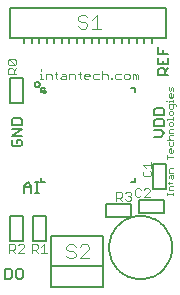
<source format=gto>
G75*
%MOIN*%
%OFA0B0*%
%FSLAX24Y24*%
%IPPOS*%
%LPD*%
%AMOC8*
5,1,8,0,0,1.08239X$1,22.5*
%
%ADD10C,0.0020*%
%ADD11C,0.0030*%
%ADD12C,0.0050*%
%ADD13C,0.0040*%
D10*
X005718Y006336D02*
X005755Y006336D01*
X005828Y006336D02*
X005828Y006299D01*
X005828Y006336D02*
X005975Y006336D01*
X005975Y006372D02*
X005975Y006299D01*
X005975Y006225D02*
X005975Y006115D01*
X005938Y006078D01*
X005865Y006078D01*
X005828Y006115D01*
X005828Y006225D01*
X006012Y006225D01*
X006048Y006188D01*
X006048Y006151D01*
X005938Y006004D02*
X005865Y006004D01*
X005828Y005967D01*
X005828Y005894D01*
X005865Y005857D01*
X005938Y005857D01*
X005975Y005894D01*
X005975Y005967D01*
X005938Y006004D01*
X005975Y005783D02*
X005975Y005710D01*
X005975Y005746D02*
X005755Y005746D01*
X005755Y005710D01*
X005828Y005599D02*
X005865Y005635D01*
X005938Y005635D01*
X005975Y005599D01*
X005975Y005525D01*
X005938Y005489D01*
X005865Y005489D01*
X005828Y005525D01*
X005828Y005599D01*
X005865Y005414D02*
X005828Y005378D01*
X005828Y005268D01*
X005975Y005268D01*
X005975Y005193D02*
X005865Y005193D01*
X005828Y005157D01*
X005828Y005083D01*
X005865Y005047D01*
X005828Y004972D02*
X005828Y004862D01*
X005865Y004826D01*
X005938Y004826D01*
X005975Y004862D01*
X005975Y004972D01*
X005975Y005047D02*
X005755Y005047D01*
X005865Y004751D02*
X005828Y004715D01*
X005828Y004641D01*
X005865Y004605D01*
X005938Y004605D01*
X005975Y004641D01*
X005975Y004715D01*
X005902Y004751D02*
X005902Y004605D01*
X005902Y004751D02*
X005865Y004751D01*
X005755Y004530D02*
X005755Y004384D01*
X005755Y004457D02*
X005975Y004457D01*
X005975Y004088D02*
X005865Y004088D01*
X005828Y004052D01*
X005828Y003942D01*
X005975Y003942D01*
X005975Y003867D02*
X005975Y003757D01*
X005938Y003721D01*
X005902Y003757D01*
X005902Y003867D01*
X005865Y003867D02*
X005975Y003867D01*
X005865Y003867D02*
X005828Y003831D01*
X005828Y003757D01*
X005828Y003647D02*
X005828Y003573D01*
X005792Y003610D02*
X005938Y003610D01*
X005975Y003647D01*
X005975Y003499D02*
X005865Y003499D01*
X005828Y003462D01*
X005828Y003352D01*
X005975Y003352D01*
X005975Y003278D02*
X005975Y003205D01*
X005975Y003242D02*
X005755Y003242D01*
X005755Y003278D02*
X005755Y003205D01*
X005865Y005414D02*
X005975Y005414D01*
X005938Y006446D02*
X005865Y006446D01*
X005828Y006483D01*
X005828Y006556D01*
X005865Y006593D01*
X005902Y006593D01*
X005902Y006446D01*
X005938Y006446D02*
X005975Y006483D01*
X005975Y006556D01*
X005975Y006667D02*
X005975Y006777D01*
X005938Y006814D01*
X005902Y006777D01*
X005902Y006704D01*
X005865Y006667D01*
X005828Y006704D01*
X005828Y006814D01*
D11*
X004807Y007055D02*
X004807Y007200D01*
X004759Y007248D01*
X004711Y007200D01*
X004711Y007055D01*
X004614Y007055D02*
X004614Y007248D01*
X004662Y007248D01*
X004711Y007200D01*
X004513Y007200D02*
X004513Y007103D01*
X004464Y007055D01*
X004368Y007055D01*
X004319Y007103D01*
X004319Y007200D01*
X004368Y007248D01*
X004464Y007248D01*
X004513Y007200D01*
X004218Y007248D02*
X004073Y007248D01*
X004025Y007200D01*
X004025Y007103D01*
X004073Y007055D01*
X004218Y007055D01*
X003926Y007055D02*
X003877Y007055D01*
X003877Y007103D01*
X003926Y007103D01*
X003926Y007055D01*
X003776Y007055D02*
X003776Y007200D01*
X003728Y007248D01*
X003631Y007248D01*
X003583Y007200D01*
X003583Y007345D02*
X003583Y007055D01*
X003481Y007055D02*
X003336Y007055D01*
X003288Y007103D01*
X003288Y007200D01*
X003336Y007248D01*
X003481Y007248D01*
X003187Y007200D02*
X003187Y007152D01*
X002993Y007152D01*
X002993Y007200D02*
X002993Y007103D01*
X003042Y007055D01*
X003138Y007055D01*
X003187Y007200D02*
X003138Y007248D01*
X003042Y007248D01*
X002993Y007200D01*
X002894Y007248D02*
X002797Y007248D01*
X002845Y007297D02*
X002845Y007103D01*
X002894Y007055D01*
X002696Y007055D02*
X002696Y007200D01*
X002647Y007248D01*
X002502Y007248D01*
X002502Y007055D01*
X002401Y007055D02*
X002256Y007055D01*
X002208Y007103D01*
X002256Y007152D01*
X002401Y007152D01*
X002401Y007200D02*
X002353Y007248D01*
X002256Y007248D01*
X002108Y007248D02*
X002011Y007248D01*
X002059Y007297D02*
X002059Y007103D01*
X002108Y007055D01*
X001910Y007055D02*
X001910Y007200D01*
X001862Y007248D01*
X001716Y007248D01*
X001716Y007055D01*
X001617Y007055D02*
X001520Y007055D01*
X001568Y007055D02*
X001568Y007248D01*
X001520Y007248D01*
X001568Y007345D02*
X001568Y007394D01*
X000740Y007428D02*
X000643Y007332D01*
X000643Y007380D02*
X000595Y007428D01*
X000498Y007428D01*
X000450Y007380D01*
X000450Y007235D01*
X000740Y007235D01*
X000643Y007235D02*
X000643Y007380D01*
X000692Y007530D02*
X000498Y007723D01*
X000692Y007723D01*
X000740Y007675D01*
X000740Y007578D01*
X000692Y007530D01*
X000498Y007530D01*
X000450Y007578D01*
X000450Y007675D01*
X000498Y007723D01*
X002401Y007200D02*
X002401Y007055D01*
X004743Y003425D02*
X004695Y003377D01*
X004695Y003183D01*
X004743Y003135D01*
X004840Y003135D01*
X004888Y003183D01*
X004990Y003135D02*
X005183Y003328D01*
X005183Y003377D01*
X005135Y003425D01*
X005038Y003425D01*
X004990Y003377D01*
X004888Y003377D02*
X004840Y003425D01*
X004743Y003425D01*
X004558Y003252D02*
X004558Y003203D01*
X004510Y003155D01*
X004558Y003107D01*
X004558Y003058D01*
X004510Y003010D01*
X004413Y003010D01*
X004365Y003058D01*
X004461Y003155D02*
X004510Y003155D01*
X004558Y003252D02*
X004510Y003300D01*
X004413Y003300D01*
X004365Y003252D01*
X004263Y003252D02*
X004263Y003155D01*
X004215Y003107D01*
X004070Y003107D01*
X004070Y003010D02*
X004070Y003300D01*
X004215Y003300D01*
X004263Y003252D01*
X004167Y003107D02*
X004263Y003010D01*
X004993Y003821D02*
X004945Y003869D01*
X004945Y003966D01*
X004993Y004014D01*
X005042Y004115D02*
X004945Y004212D01*
X005235Y004212D01*
X005235Y004115D02*
X005235Y004309D01*
X005187Y004014D02*
X005235Y003966D01*
X005235Y003869D01*
X005187Y003821D01*
X004993Y003821D01*
X004990Y003135D02*
X005183Y003135D01*
X001744Y001275D02*
X001550Y001275D01*
X001449Y001275D02*
X001352Y001372D01*
X001401Y001372D02*
X001256Y001372D01*
X001256Y001275D02*
X001256Y001565D01*
X001401Y001565D01*
X001449Y001517D01*
X001449Y001420D01*
X001401Y001372D01*
X001550Y001468D02*
X001647Y001565D01*
X001647Y001275D01*
X000994Y001275D02*
X000800Y001275D01*
X000994Y001468D01*
X000994Y001517D01*
X000945Y001565D01*
X000849Y001565D01*
X000800Y001517D01*
X000699Y001517D02*
X000699Y001420D01*
X000651Y001372D01*
X000506Y001372D01*
X000602Y001372D02*
X000699Y001275D01*
X000699Y001517D02*
X000651Y001565D01*
X000506Y001565D01*
X000506Y001275D01*
D12*
X000530Y000405D02*
X000360Y000405D01*
X000360Y000745D01*
X000530Y000745D01*
X000587Y000689D01*
X000587Y000462D01*
X000530Y000405D01*
X000719Y000462D02*
X000719Y000689D01*
X000776Y000745D01*
X000889Y000745D01*
X000946Y000689D01*
X000946Y000462D01*
X000889Y000405D01*
X000776Y000405D01*
X000719Y000462D01*
X000535Y001650D02*
X000975Y001650D01*
X000975Y002490D01*
X000535Y002490D01*
X000535Y001650D01*
X001285Y001650D02*
X001725Y001650D01*
X001725Y002490D01*
X001285Y002490D01*
X001285Y001650D01*
X001880Y001825D02*
X001880Y000825D01*
X003630Y000825D01*
X003630Y000125D01*
X001880Y000125D01*
X001880Y000825D01*
X001880Y001825D02*
X002130Y001825D01*
X002380Y001825D01*
X002380Y001870D01*
X002380Y001825D02*
X002630Y001825D01*
X002630Y001870D01*
X002630Y001825D02*
X002880Y001825D01*
X002880Y001870D01*
X002880Y001825D02*
X003130Y001825D01*
X003380Y001825D01*
X003630Y001825D01*
X003630Y000825D01*
X003380Y001825D02*
X003380Y001870D01*
X003130Y001870D02*
X003130Y001825D01*
X003710Y002475D02*
X003710Y002915D01*
X004550Y002915D01*
X004550Y002475D01*
X003710Y002475D01*
X004567Y003620D02*
X004705Y003620D01*
X004705Y003758D01*
X004835Y003040D02*
X004835Y002600D01*
X005675Y002600D01*
X005675Y003040D01*
X004835Y003040D01*
X005285Y003400D02*
X005285Y004240D01*
X005725Y004240D01*
X005725Y003400D01*
X005285Y003400D01*
X005330Y005145D02*
X005557Y005145D01*
X005670Y005258D01*
X005557Y005372D01*
X005330Y005372D01*
X005330Y005504D02*
X005330Y005674D01*
X005386Y005731D01*
X005613Y005731D01*
X005670Y005674D01*
X005670Y005504D01*
X005330Y005504D01*
X005330Y005863D02*
X005330Y006033D01*
X005386Y006090D01*
X005613Y006090D01*
X005670Y006033D01*
X005670Y005863D01*
X005330Y005863D01*
X004705Y006632D02*
X004705Y006770D01*
X004567Y006770D01*
X005455Y007195D02*
X005455Y007365D01*
X005511Y007422D01*
X005625Y007422D01*
X005682Y007365D01*
X005682Y007195D01*
X005682Y007308D02*
X005795Y007422D01*
X005795Y007554D02*
X005795Y007781D01*
X005795Y007913D02*
X005455Y007913D01*
X005455Y008140D01*
X005625Y008027D02*
X005625Y007913D01*
X005625Y007668D02*
X005625Y007554D01*
X005455Y007554D02*
X005795Y007554D01*
X005795Y007195D02*
X005455Y007195D01*
X005455Y007554D02*
X005455Y007781D01*
X005255Y008270D02*
X005255Y008445D01*
X005005Y008445D02*
X005005Y008270D01*
X004755Y008270D02*
X004755Y008445D01*
X004505Y008445D02*
X004505Y008270D01*
X004255Y008270D02*
X004255Y008445D01*
X004005Y008445D02*
X004005Y008270D01*
X003755Y008270D02*
X003755Y008445D01*
X003505Y008445D02*
X003505Y008270D01*
X003255Y008270D02*
X003255Y008445D01*
X003005Y008445D01*
X003005Y008270D01*
X003005Y008445D02*
X002755Y008445D01*
X002755Y008270D01*
X002755Y008445D02*
X002505Y008445D01*
X002505Y008270D01*
X002505Y008445D02*
X002255Y008445D01*
X002255Y008270D01*
X002255Y008445D02*
X002005Y008445D01*
X002005Y008270D01*
X002005Y008445D02*
X001755Y008445D01*
X001755Y008270D01*
X001755Y008445D02*
X001505Y008445D01*
X001505Y008270D01*
X001505Y008445D02*
X001255Y008445D01*
X001255Y008270D01*
X001255Y008445D02*
X001005Y008445D01*
X001005Y008270D01*
X001005Y008445D02*
X000530Y008445D01*
X000530Y009445D01*
X005730Y009445D01*
X005730Y008445D01*
X003255Y008445D01*
X001693Y006770D02*
X001555Y006770D01*
X001555Y006632D01*
X001634Y006652D02*
X001636Y006664D01*
X001641Y006675D01*
X001650Y006684D01*
X001661Y006689D01*
X001673Y006691D01*
X001685Y006689D01*
X001696Y006684D01*
X001705Y006675D01*
X001710Y006664D01*
X001712Y006652D01*
X001710Y006640D01*
X001705Y006629D01*
X001696Y006620D01*
X001685Y006615D01*
X001673Y006613D01*
X001661Y006615D01*
X001650Y006620D01*
X001641Y006629D01*
X001636Y006640D01*
X001634Y006652D01*
X001349Y006888D02*
X001351Y006906D01*
X001357Y006924D01*
X001366Y006940D01*
X001378Y006953D01*
X001393Y006964D01*
X001410Y006972D01*
X001428Y006976D01*
X001446Y006976D01*
X001464Y006972D01*
X001481Y006964D01*
X001496Y006953D01*
X001508Y006940D01*
X001517Y006924D01*
X001523Y006906D01*
X001525Y006888D01*
X001523Y006870D01*
X001517Y006852D01*
X001508Y006836D01*
X001496Y006823D01*
X001481Y006812D01*
X001464Y006804D01*
X001446Y006800D01*
X001428Y006800D01*
X001410Y006804D01*
X001393Y006812D01*
X001378Y006823D01*
X001366Y006836D01*
X001357Y006852D01*
X001351Y006870D01*
X001349Y006888D01*
X000975Y007110D02*
X000975Y006270D01*
X000535Y006270D01*
X000535Y007110D01*
X000975Y007110D01*
X000863Y005765D02*
X000636Y005765D01*
X000580Y005708D01*
X000580Y005538D01*
X000920Y005538D01*
X000920Y005708D01*
X000863Y005765D01*
X000920Y005406D02*
X000580Y005406D01*
X000580Y005179D02*
X000920Y005406D01*
X000920Y005179D02*
X000580Y005179D01*
X000636Y005047D02*
X000580Y004990D01*
X000580Y004877D01*
X000636Y004820D01*
X000863Y004820D01*
X000920Y004877D01*
X000920Y004990D01*
X000863Y005047D01*
X000750Y005047D01*
X000750Y004933D01*
X001555Y003758D02*
X001555Y003620D01*
X001693Y003620D01*
X001478Y003620D02*
X001364Y003620D01*
X001421Y003620D02*
X001421Y003280D01*
X001364Y003280D02*
X001478Y003280D01*
X001232Y003280D02*
X001232Y003507D01*
X001118Y003620D01*
X001005Y003507D01*
X001005Y003280D01*
X001005Y003450D02*
X001232Y003450D01*
X002130Y001870D02*
X002130Y001825D01*
X003830Y001445D02*
X003832Y001510D01*
X003838Y001574D01*
X003848Y001638D01*
X003862Y001701D01*
X003879Y001763D01*
X003901Y001824D01*
X003926Y001884D01*
X003955Y001942D01*
X003987Y001998D01*
X004023Y002052D01*
X004062Y002103D01*
X004104Y002152D01*
X004149Y002199D01*
X004197Y002242D01*
X004247Y002283D01*
X004300Y002320D01*
X004355Y002354D01*
X004412Y002385D01*
X004471Y002412D01*
X004531Y002435D01*
X004593Y002455D01*
X004655Y002471D01*
X004719Y002483D01*
X004783Y002491D01*
X004848Y002495D01*
X004912Y002495D01*
X004977Y002491D01*
X005041Y002483D01*
X005105Y002471D01*
X005167Y002455D01*
X005229Y002435D01*
X005289Y002412D01*
X005348Y002385D01*
X005405Y002354D01*
X005460Y002320D01*
X005513Y002283D01*
X005563Y002242D01*
X005611Y002199D01*
X005656Y002152D01*
X005698Y002103D01*
X005737Y002052D01*
X005773Y001998D01*
X005805Y001942D01*
X005834Y001884D01*
X005859Y001824D01*
X005881Y001763D01*
X005898Y001701D01*
X005912Y001638D01*
X005922Y001574D01*
X005928Y001510D01*
X005930Y001445D01*
X005928Y001380D01*
X005922Y001316D01*
X005912Y001252D01*
X005898Y001189D01*
X005881Y001127D01*
X005859Y001066D01*
X005834Y001006D01*
X005805Y000948D01*
X005773Y000892D01*
X005737Y000838D01*
X005698Y000787D01*
X005656Y000738D01*
X005611Y000691D01*
X005563Y000648D01*
X005513Y000607D01*
X005460Y000570D01*
X005405Y000536D01*
X005348Y000505D01*
X005289Y000478D01*
X005229Y000455D01*
X005167Y000435D01*
X005105Y000419D01*
X005041Y000407D01*
X004977Y000399D01*
X004912Y000395D01*
X004848Y000395D01*
X004783Y000399D01*
X004719Y000407D01*
X004655Y000419D01*
X004593Y000435D01*
X004531Y000455D01*
X004471Y000478D01*
X004412Y000505D01*
X004355Y000536D01*
X004300Y000570D01*
X004247Y000607D01*
X004197Y000648D01*
X004149Y000691D01*
X004104Y000738D01*
X004062Y000787D01*
X004023Y000838D01*
X003987Y000892D01*
X003955Y000948D01*
X003926Y001006D01*
X003901Y001066D01*
X003879Y001127D01*
X003862Y001189D01*
X003848Y001252D01*
X003838Y001316D01*
X003832Y001380D01*
X003830Y001445D01*
D13*
X003172Y001474D02*
X003172Y001397D01*
X002865Y001090D01*
X003172Y001090D01*
X003172Y001474D02*
X003095Y001550D01*
X002941Y001550D01*
X002865Y001474D01*
X002711Y001474D02*
X002634Y001550D01*
X002481Y001550D01*
X002404Y001474D01*
X002404Y001397D01*
X002481Y001320D01*
X002634Y001320D01*
X002711Y001243D01*
X002711Y001167D01*
X002634Y001090D01*
X002481Y001090D01*
X002404Y001167D01*
X002877Y008740D02*
X002800Y008817D01*
X002877Y008740D02*
X003030Y008740D01*
X003107Y008817D01*
X003107Y008893D01*
X003030Y008970D01*
X002877Y008970D01*
X002800Y009047D01*
X002800Y009124D01*
X002877Y009200D01*
X003030Y009200D01*
X003107Y009124D01*
X003260Y009047D02*
X003414Y009200D01*
X003414Y008740D01*
X003567Y008740D02*
X003260Y008740D01*
M02*

</source>
